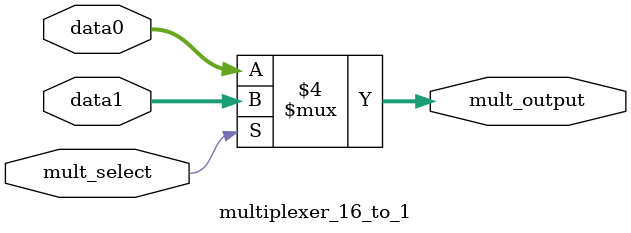
<source format=v>
module multiplexer_16_to_1(output reg [31:0] mult_output,
                           input [31:0] data0,
                           data1,
                           input mult_select);
always @(mult_select, data0, data1)
    if (!mult_select)
        mult_output <= data0;
    else
        mult_output <= data1;
endmodule

</source>
